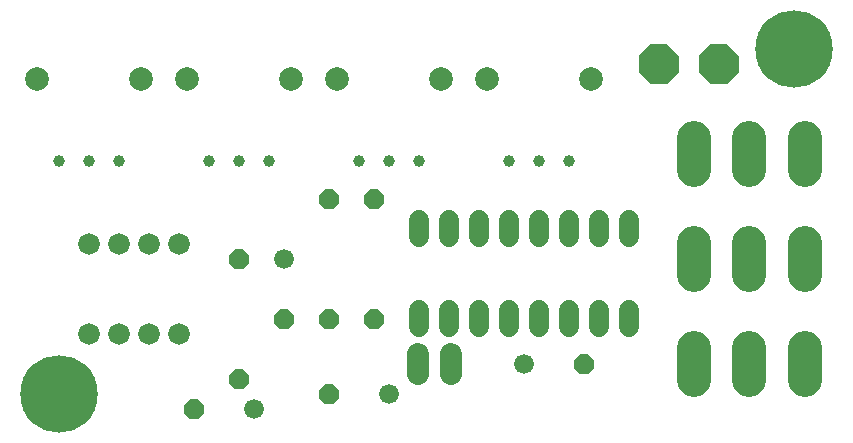
<source format=gbr>
G04 EAGLE Gerber RS-274X export*
G75*
%MOMM*%
%FSLAX34Y34*%
%LPD*%
%INSoldermask Top*%
%IPPOS*%
%AMOC8*
5,1,8,0,0,1.08239X$1,22.5*%
G01*
%ADD10C,1.676400*%
%ADD11P,1.814519X8X202.500000*%
%ADD12P,3.629037X8X112.500000*%
%ADD13C,1.828800*%
%ADD14C,1.676400*%
%ADD15C,1.879600*%
%ADD16P,1.814519X8X112.500000*%
%ADD17C,2.000000*%
%ADD18C,1.000000*%
%ADD19C,6.553200*%
%ADD20P,1.814519X8X292.500000*%
%ADD21P,1.814519X8X22.500000*%
%ADD22C,2.908300*%


D10*
X228600Y38100D03*
D11*
X177800Y38100D03*
D12*
X622300Y330200D03*
X571500Y330200D03*
D13*
X88900Y101600D03*
X114300Y101600D03*
X114300Y177800D03*
X88900Y177800D03*
X139700Y101600D03*
X165100Y101600D03*
X139700Y177800D03*
X165100Y177800D03*
D14*
X368300Y121666D02*
X368300Y106934D01*
X393700Y106934D02*
X393700Y121666D01*
X520700Y121666D02*
X520700Y106934D01*
X546100Y106934D02*
X546100Y121666D01*
X419100Y121666D02*
X419100Y106934D01*
X444500Y106934D02*
X444500Y121666D01*
X495300Y121666D02*
X495300Y106934D01*
X469900Y106934D02*
X469900Y121666D01*
X546100Y183134D02*
X546100Y197866D01*
X520700Y197866D02*
X520700Y183134D01*
X495300Y183134D02*
X495300Y197866D01*
X469900Y197866D02*
X469900Y183134D01*
X444500Y183134D02*
X444500Y197866D01*
X419100Y197866D02*
X419100Y183134D01*
X393700Y183134D02*
X393700Y197866D01*
X368300Y197866D02*
X368300Y183134D01*
D15*
X394970Y84582D02*
X394970Y67818D01*
X367030Y67818D02*
X367030Y84582D01*
D16*
X215900Y63500D03*
X215900Y165100D03*
D17*
X132900Y317500D03*
X44900Y317500D03*
D18*
X113900Y247500D03*
X88900Y247500D03*
X63900Y247500D03*
D19*
X685800Y342900D03*
D17*
X259900Y317500D03*
X171900Y317500D03*
D18*
X240900Y247500D03*
X215900Y247500D03*
X190900Y247500D03*
D20*
X292100Y215900D03*
X292100Y114300D03*
D10*
X254000Y165100D03*
D20*
X254000Y114300D03*
D16*
X330200Y114300D03*
X330200Y215900D03*
D10*
X457200Y76200D03*
D21*
X508000Y76200D03*
D19*
X63500Y50800D03*
D17*
X386900Y317500D03*
X298900Y317500D03*
D18*
X367900Y247500D03*
X342900Y247500D03*
X317900Y247500D03*
D22*
X600710Y240475D02*
X600710Y267526D01*
X647700Y267526D02*
X647700Y240475D01*
X694690Y240475D02*
X694690Y267526D01*
X694690Y178626D02*
X694690Y151575D01*
X647700Y151575D02*
X647700Y178626D01*
X600710Y178626D02*
X600710Y151575D01*
D10*
X342900Y50800D03*
D11*
X292100Y50800D03*
D22*
X694690Y62675D02*
X694690Y89726D01*
X647700Y89726D02*
X647700Y62675D01*
X600710Y62675D02*
X600710Y89726D01*
D17*
X513900Y317500D03*
X425900Y317500D03*
D18*
X494900Y247500D03*
X469900Y247500D03*
X444900Y247500D03*
M02*

</source>
